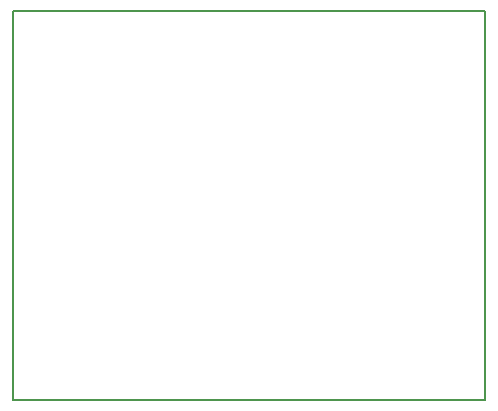
<source format=gm1>
G04 #@! TF.GenerationSoftware,KiCad,Pcbnew,7.0.10-7.0.10~ubuntu20.04.1*
G04 #@! TF.CreationDate,2024-06-13T14:39:58-03:00*
G04 #@! TF.ProjectId,Condicionamento_compacto_V01b,436f6e64-6963-4696-9f6e-616d656e746f,rev?*
G04 #@! TF.SameCoordinates,Original*
G04 #@! TF.FileFunction,Profile,NP*
%FSLAX46Y46*%
G04 Gerber Fmt 4.6, Leading zero omitted, Abs format (unit mm)*
G04 Created by KiCad (PCBNEW 7.0.10-7.0.10~ubuntu20.04.1) date 2024-06-13 14:39:58*
%MOMM*%
%LPD*%
G01*
G04 APERTURE LIST*
G04 #@! TA.AperFunction,Profile*
%ADD10C,0.150000*%
G04 #@! TD*
G04 APERTURE END LIST*
D10*
X127100000Y-85100000D02*
X167100000Y-85100000D01*
X127100000Y-85100000D02*
X127100000Y-118100000D01*
X167100000Y-85100000D02*
X167100000Y-118100000D01*
X127100000Y-118100000D02*
X167100000Y-118100000D01*
M02*

</source>
